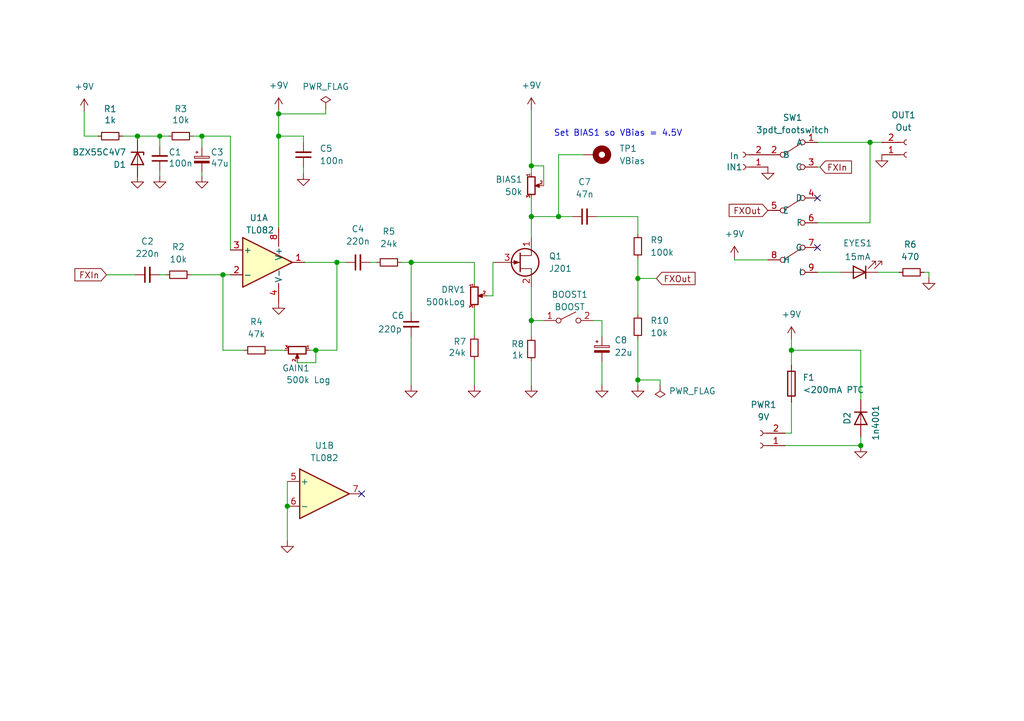
<source format=kicad_sch>
(kicad_sch (version 20211123) (generator eeschema)
  (paper "A5")
  (title_block (title "Ray guitar pedal") (rev "1.0") (company "Dohle"))
  (lib_symbols
    (symbol "Amplifier_Operational:TL082" (pin_names (offset 0.127))
      (property "Reference" "U" (at 0 5.08 0))
      (property "Value" "TL082" (at 0 -5.08 0))
      (symbol "TL082_1_1"
        (polyline (pts (xy -5.08 5.08) (xy 5.08 0) (xy -5.08 -5.08) (xy -5.08 5.08)) (stroke (width 0.254)) (fill (type background)))
        (pin output line (at 7.62 0 180) (length 2.54) (name "~") (number "1"))
        (pin input line (at -7.62 -2.54 0) (length 2.54) (name "-") (number "2"))
        (pin input line (at -7.62 2.54 0) (length 2.54) (name "+") (number "3"))
      )
      (symbol "TL082_2_1"
        (polyline (pts (xy -5.08 5.08) (xy 5.08 0) (xy -5.08 -5.08) (xy -5.08 5.08)) (stroke (width 0.254)) (fill (type background)))
        (pin input line (at -7.62 2.54 0) (length 2.54) (name "+") (number "5"))
        (pin input line (at -7.62 -2.54 0) (length 2.54) (name "-") (number "6"))
        (pin output line (at 7.62 0 180) (length 2.54) (name "~") (number "7"))
      )
      (symbol "TL082_3_1"
        (pin power_in line (at -2.54 -7.62 90) (length 3.81) (name "V-") (number "4"))
        (pin power_in line (at -2.54 7.62 270) (length 3.81) (name "V+") (number "8"))
      )
    )
    (symbol "Connector:Conn_01x02_Female" (pin_names (offset 1.016) hide)
      (property "Reference" "J" (at 0 2.54 0))
      (property "Value" "Conn_01x02_Female" (at 0 -5.08 0))
      (symbol "Conn_01x02_Female_1_1"
        (arc (start 0 -2.032) (mid -0.508 -2.54) (end 0 -3.048) (stroke (width 0.1524)))
        (polyline (pts (xy -1.27 -2.54) (xy -0.508 -2.54)) (stroke (width 0.1524)))
        (polyline (pts (xy -1.27 0) (xy -0.508 0)) (stroke (width 0.1524)))
        (arc (start 0 0.508) (mid -0.508 0) (end 0 -0.508) (stroke (width 0.1524)))
        (pin passive line (at -5.08 0 0) (length 3.81) (name "Pin_1") (number "1"))
        (pin passive line (at -5.08 -2.54 0) (length 3.81) (name "Pin_2") (number "2"))
      )
    )
    (symbol "Device:C_Polarized_Small" (pin_numbers hide) (pin_names (offset 0.254) hide)
      (property "Reference" "C" (at 0.254 1.778 0))
      (property "Value" "C_Polarized_Small" (at 0.254 -2.032 0))
      (symbol "C_Polarized_Small_0_1"
        (rectangle (start -1.524 -0.3048) (end 1.524 -0.6858) (fill (type outline)))
        (rectangle (start -1.524 0.6858) (end 1.524 0.3048))
        (polyline (pts (xy -1.27 1.524) (xy -0.762 1.524)))
        (polyline (pts (xy -1.016 1.27) (xy -1.016 1.778)))
      )
      (symbol "C_Polarized_Small_1_1"
        (pin passive line (at 0 2.54 270) (length 1.8542) (name "~") (number "1"))
        (pin passive line (at 0 -2.54 90) (length 1.8542) (name "~") (number "2"))
      )
    )
    (symbol "Device:C_Small" (pin_numbers hide) (pin_names (offset 0.254) hide)
      (property "Reference" "C" (at 0.254 1.778 0))
      (property "Value" "C_Small" (at 0.254 -2.032 0))
      (symbol "C_Small_0_1"
        (polyline (pts (xy -1.524 -0.508) (xy 1.524 -0.508)) (stroke (width 0.3302)))
        (polyline (pts (xy -1.524 0.508) (xy 1.524 0.508)) (stroke (width 0.3048)))
      )
      (symbol "C_Small_1_1"
        (pin passive line (at 0 2.54 270) (length 2.032) (name "~") (number "1"))
        (pin passive line (at 0 -2.54 90) (length 2.032) (name "~") (number "2"))
      )
    )
    (symbol "Device:D_Zener" (pin_numbers hide) (pin_names (offset 1.016) hide)
      (property "Reference" "D" (at 0 2.54 0))
      (property "Value" "D_Zener" (at 0 -2.54 0))
      (symbol "D_Zener_0_1"
        (polyline (pts (xy 1.27 0) (xy -1.27 0)))
        (polyline (pts (xy -1.27 -1.27) (xy -1.27 1.27) (xy -0.762 1.27)) (stroke (width 0.254)))
        (polyline (pts (xy 1.27 -1.27) (xy 1.27 1.27) (xy -1.27 0) (xy 1.27 -1.27)) (stroke (width 0.254)))
      )
      (symbol "D_Zener_1_1"
        (pin passive line (at -3.81 0 0) (length 2.54) (name "K") (number "1"))
        (pin passive line (at 3.81 0 180) (length 2.54) (name "A") (number "2"))
      )
    )
    (symbol "Device:Fuse" (pin_numbers hide) (pin_names (offset 0))
      (property "Reference" "F" (at 2.032 0 90))
      (property "Value" "Fuse" (at -1.905 0 90))
      (symbol "Fuse_0_1"
        (rectangle (start -0.762 -2.54) (end 0.762 2.54) (stroke (width 0.254)))
        (polyline (pts (xy 0 2.54) (xy 0 -2.54)))
      )
      (symbol "Fuse_1_1"
        (pin passive line (at 0 3.81 270) (length 1.27) (name "~") (number "1"))
        (pin passive line (at 0 -3.81 90) (length 1.27) (name "~") (number "2"))
      )
    )
    (symbol "Device:LED" (pin_numbers hide) (pin_names (offset 1.016) hide)
      (property "Reference" "D" (at 0 2.54 0))
      (property "Value" "LED" (at 0 -2.54 0))
      (symbol "LED_0_1"
        (polyline (pts (xy -1.27 -1.27) (xy -1.27 1.27)) (stroke (width 0.254)))
        (polyline (pts (xy -1.27 0) (xy 1.27 0)))
        (polyline (pts (xy 1.27 -1.27) (xy 1.27 1.27) (xy -1.27 0) (xy 1.27 -1.27)) (stroke (width 0.254)))
        (polyline (pts (xy -3.048 -0.762) (xy -4.572 -2.286) (xy -3.81 -2.286) (xy -4.572 -2.286) (xy -4.572 -1.524)))
        (polyline (pts (xy -1.778 -0.762) (xy -3.302 -2.286) (xy -2.54 -2.286) (xy -3.302 -2.286) (xy -3.302 -1.524)))
      )
      (symbol "LED_1_1"
        (pin passive line (at -3.81 0 0) (length 2.54) (name "K") (number "1"))
        (pin passive line (at 3.81 0 180) (length 2.54) (name "A") (number "2"))
      )
    )
    (symbol "Device:Q_NJFET_DSG" (pin_names (offset 0) hide)
      (property "Reference" "Q" (at 5.08 1.27 0))
      (property "Value" "Q_NJFET_DSG" (at 5.08 -1.27 0))
      (symbol "Q_NJFET_DSG_0_1"
        (polyline (pts (xy 0.254 1.905) (xy 0.254 -1.905) (xy 0.254 -1.905)) (stroke (width 0.254)))
        (polyline (pts (xy 2.54 -2.54) (xy 2.54 -1.27) (xy 0.254 -1.27)))
        (polyline (pts (xy 2.54 2.54) (xy 2.54 1.397) (xy 0.254 1.397)))
        (polyline (pts (xy 0 0) (xy -1.016 0.381) (xy -1.016 -0.381) (xy 0 0)) (fill (type outline)))
        (circle (center 1.27 0) (radius 2.8194) (stroke (width 0.254)))
      )
      (symbol "Q_NJFET_DSG_1_1"
        (pin passive line (at 2.54 5.08 270) (length 2.54) (name "D") (number "1"))
        (pin passive line (at 2.54 -5.08 90) (length 2.54) (name "S") (number "2"))
        (pin input line (at -5.08 0 0) (length 5.334) (name "G") (number "3"))
      )
    )
    (symbol "Device:R_Potentiometer_Small" (pin_names (offset 1.016) hide)
      (property "Reference" "RV" (at -4.445 0 90))
      (property "Value" "R_Potentiometer_Small" (at -2.54 0 90))
      (symbol "R_Potentiometer_Small_0_1"
        (polyline (pts (xy 0.889 0) (xy 0.635 0) (xy 1.651 0.381) (xy 1.651 -0.381) (xy 0.635 0) (xy 0.889 0)) (fill (type outline)))
        (rectangle (start 0.762 1.8034) (end -0.762 -1.8034) (stroke (width 0.254)))
      )
      (symbol "R_Potentiometer_Small_1_1"
        (pin passive line (at 0 2.54 270) (length 0.635) (name "1") (number "1"))
        (pin passive line (at 2.54 0 180) (length 0.9906) (name "2") (number "2"))
        (pin passive line (at 0 -2.54 90) (length 0.635) (name "3") (number "3"))
      )
    )
    (symbol "Device:R_Small" (pin_numbers hide) (pin_names (offset 0.254) hide)
      (property "Reference" "R" (at 0.762 0.508 0))
      (property "Value" "R_Small" (at 0.762 -1.016 0))
      (symbol "R_Small_0_1"
        (rectangle (start -0.762 1.778) (end 0.762 -1.778) (stroke (width 0.2032)))
      )
      (symbol "R_Small_1_1"
        (pin passive line (at 0 2.54 270) (length 0.762) (name "~") (number "1"))
        (pin passive line (at 0 -2.54 90) (length 0.762) (name "~") (number "2"))
      )
    )
    (symbol "Diode:1N4148" (pin_numbers hide) (pin_names (offset 1.016) hide)
      (property "Reference" "D" (at 0 2.54 0))
      (property "Value" "1N4148" (at 0 -2.54 0))
      (symbol "1N4148_0_1"
        (polyline (pts (xy -1.27 1.27) (xy -1.27 -1.27)) (stroke (width 0.254)))
        (polyline (pts (xy 1.27 0) (xy -1.27 0)))
        (polyline (pts (xy 1.27 1.27) (xy 1.27 -1.27) (xy -1.27 0) (xy 1.27 1.27)) (stroke (width 0.254)))
      )
      (symbol "1N4148_1_1"
        (pin passive line (at -3.81 0 0) (length 2.54) (name "K") (number "1"))
        (pin passive line (at 3.81 0 180) (length 2.54) (name "A") (number "2"))
      )
    )
    (symbol "Mechanical:MountingHole_Pad" (pin_numbers hide) (pin_names (offset 1.016) hide)
      (property "Reference" "H" (at 0 6.35 0))
      (property "Value" "MountingHole_Pad" (at 0 4.445 0))
      (symbol "MountingHole_Pad_0_1"
        (circle (center 0 1.27) (radius 1.27) (stroke (width 1.27)))
      )
      (symbol "MountingHole_Pad_1_1"
        (pin input line (at 0 -2.54 90) (length 2.54) (name "1") (number "1"))
      )
    )
    (symbol "Switch:SW_SPST" (pin_names (offset 0) hide)
      (property "Reference" "SW" (at 0 3.175 0))
      (property "Value" "SW_SPST" (at 0 -2.54 0))
      (symbol "SW_SPST_0_0"
        (circle (center -2.032 0) (radius 0.508))
        (polyline (pts (xy -1.524 0.254) (xy 1.524 1.778)))
        (circle (center 2.032 0) (radius 0.508))
      )
      (symbol "SW_SPST_1_1"
        (pin passive line (at -5.08 0 0) (length 2.54) (name "A") (number "1"))
        (pin passive line (at 5.08 0 180) (length 2.54) (name "B") (number "2"))
      )
    )
    (symbol "power:+9V" (power) (pin_names (offset 0))
      (property "Value" "+9V" (at 0 3.556 0))
      (symbol "+9V_0_1"
        (polyline (pts (xy -0.762 1.27) (xy 0 2.54)))
        (polyline (pts (xy 0 0) (xy 0 2.54)))
        (polyline (pts (xy 0 2.54) (xy 0.762 1.27)))
      )
      (symbol "+9V_1_1"
        (pin power_in line (at 0 0 90) (length 0) hide (name "+9V") (number "1"))
      )
    )
    (symbol "power:GND" (power) (pin_names (offset 0))
      (property "Value" "GND" (at 0 -3.81 0))
      (symbol "GND_0_1"
        (polyline (pts (xy 0 0) (xy 0 -1.27) (xy 1.27 -1.27) (xy 0 -2.54) (xy -1.27 -1.27) (xy 0 -1.27)))
      )
      (symbol "GND_1_1"
        (pin power_in line (at 0 0 270) (length 0) hide (name "GND") (number "1"))
      )
    )
    (symbol "power:PWR_FLAG" (power) (pin_numbers hide) (pin_names (offset 0) hide)
      (property "Value" "PWR_FLAG" (at 0 3.81 0))
      (symbol "PWR_FLAG_0_0"
        (pin power_out line (at 0 0 90) (length 0) (name "pwr") (number "1"))
      )
      (symbol "PWR_FLAG_0_1"
        (polyline (pts (xy 0 0) (xy 0 1.27) (xy -1.016 1.905) (xy 0 2.54) (xy 1.016 1.905) (xy 0 1.27)))
      )
    )
    (symbol "symbols:3pdt_footswitch"
      (property "Reference" "SW" (at 0 21.59 0))
      (property "Value" "3pdt_footswitch" (at 1.27 -15.875 0))
      (symbol "3pdt_footswitch_0_0"
        (circle (center -0.127 -8.89) (radius 0.508))
        (circle (center -0.127 1.27) (radius 0.508))
        (circle (center -0.127 12.7) (radius 0.508))
        (circle (center 3.937 -11.43) (radius 0.508))
        (circle (center 3.937 -1.27) (radius 0.508))
        (circle (center 3.937 10.16) (radius 0.508))
      )
      (symbol "3pdt_footswitch_0_1"
        (polyline (pts (xy 0.381 -8.636) (xy 3.556 -6.604)))
        (polyline (pts (xy 0.381 1.524) (xy 3.556 3.556)))
        (polyline (pts (xy 0.381 12.954) (xy 3.556 14.986)))
        (circle (center 3.937 -6.35) (radius 0.508))
        (circle (center 3.937 3.81) (radius 0.508))
        (circle (center 3.937 15.24) (radius 0.508))
      )
      (symbol "3pdt_footswitch_1_1"
        (pin passive line (at 6.985 15.24 180) (length 2.54) (name "A") (number "1"))
        (pin passive line (at -3.175 12.7 0) (length 2.54) (name "B") (number "2"))
        (pin passive line (at 6.985 10.16 180) (length 2.54) (name "C") (number "3"))
        (pin passive line (at 6.985 3.81 180) (length 2.54) (name "D") (number "4"))
        (pin passive line (at -3.175 1.27 0) (length 2.54) (name "E") (number "5"))
        (pin passive line (at 6.985 -1.27 180) (length 2.54) (name "F") (number "6"))
        (pin passive line (at 6.985 -6.35 180) (length 2.54) (name "G") (number "7"))
        (pin passive line (at -3.175 -8.89 0) (length 2.54) (name "H") (number "8"))
        (pin passive line (at 6.985 -11.43 180) (length 2.54) (name "I") (number "9"))
      )
    )
  )
  (junction (at 69.088 53.848))
  (junction (at 114.554 44.45))
  (junction (at 41.402 27.94))
  (junction (at 108.966 34.036))
  (junction (at 178.435 29.21))
  (junction (at 28.194 27.94))
  (junction (at 130.81 77.978))
  (junction (at 57.15 27.94))
  (junction (at 130.81 57.15))
  (junction (at 162.306 71.882))
  (junction (at 57.15 23.368))
  (junction (at 64.77 71.882))
  (junction (at 84.328 53.848))
  (junction (at 108.966 65.786))
  (junction (at 176.53 91.44))
  (junction (at 32.766 27.94))
  (junction (at 45.72 56.388))
  (junction (at 58.928 103.886))
  (junction (at 108.966 44.45))
  (no_connect (at 167.64 50.8))
  (no_connect (at 167.64 40.64))
  (no_connect (at 74.168 101.346))
  (wire (pts (xy 58.928 103.886) (xy 58.928 110.871)))
  (wire (pts (xy 167.64 45.72) (xy 178.435 45.72)))
  (wire (pts (xy 123.444 65.786) (xy 123.444 69.088)))
  (wire (pts (xy 97.282 73.914) (xy 97.282 78.994)))
  (wire (pts (xy 108.966 44.45) (xy 108.966 48.768)))
  (wire (pts (xy 114.554 44.45) (xy 117.348 44.45)))
  (wire (pts (xy 32.766 56.388) (xy 34.036 56.388)))
  (wire (pts (xy 108.966 74.168) (xy 108.966 78.994)))
  (wire (pts (xy 57.15 27.94) (xy 62.23 27.94)))
  (wire (pts (xy 108.966 44.45) (xy 114.554 44.45)))
  (wire (pts (xy 99.822 60.706) (xy 101.092 60.706)))
  (wire (pts (xy 55.118 71.882) (xy 58.42 71.882)))
  (wire (pts (xy 176.53 71.882) (xy 162.306 71.882)))
  (wire (pts (xy 111.506 38.1) (xy 111.506 34.036)))
  (wire (pts (xy 189.484 55.88) (xy 190.5 55.88)))
  (wire (pts (xy 108.966 40.64) (xy 108.966 44.45)))
  (wire (pts (xy 64.77 71.882) (xy 69.088 71.882)))
  (wire (pts (xy 111.506 34.036) (xy 108.966 34.036)))
  (wire (pts (xy 130.81 64.516) (xy 130.81 57.15)))
  (wire (pts (xy 45.72 56.388) (xy 47.244 56.388)))
  (wire (pts (xy 178.435 29.21) (xy 180.848 29.21)))
  (wire (pts (xy 45.72 56.388) (xy 45.72 71.882)))
  (wire (pts (xy 62.484 53.848) (xy 69.088 53.848)))
  (wire (pts (xy 57.15 23.368) (xy 57.15 27.94)))
  (wire (pts (xy 123.444 74.168) (xy 123.444 78.994)))
  (wire (pts (xy 130.81 69.596) (xy 130.81 77.978)))
  (wire (pts (xy 45.72 71.882) (xy 50.038 71.882)))
  (wire (pts (xy 17.272 27.94) (xy 20.066 27.94)))
  (wire (pts (xy 108.966 22.606) (xy 108.966 34.036)))
  (wire (pts (xy 66.802 22.352) (xy 66.802 23.368)))
  (wire (pts (xy 17.272 22.86) (xy 17.272 27.94)))
  (wire (pts (xy 150.622 53.086) (xy 150.622 53.34)))
  (wire (pts (xy 161.036 88.9) (xy 162.306 88.9)))
  (wire (pts (xy 162.306 82.55) (xy 162.306 88.9)))
  (wire (pts (xy 28.194 36.068) (xy 28.194 36.322)))
  (wire (pts (xy 167.64 34.29) (xy 168.148 34.29)))
  (wire (pts (xy 28.194 28.702) (xy 28.194 27.94)))
  (wire (pts (xy 122.428 44.45) (xy 130.81 44.45)))
  (wire (pts (xy 41.402 27.94) (xy 47.244 27.94)))
  (wire (pts (xy 130.81 77.978) (xy 130.81 78.994)))
  (wire (pts (xy 25.146 27.94) (xy 28.194 27.94)))
  (wire (pts (xy 101.092 60.706) (xy 101.092 53.848)))
  (wire (pts (xy 172.466 55.88) (xy 167.64 55.88)))
  (wire (pts (xy 62.23 27.94) (xy 62.23 29.21)))
  (wire (pts (xy 66.802 23.368) (xy 57.15 23.368)))
  (wire (pts (xy 108.966 65.786) (xy 108.966 69.088)))
  (wire (pts (xy 111.506 65.786) (xy 108.966 65.786)))
  (wire (pts (xy 161.036 91.44) (xy 176.53 91.44)))
  (wire (pts (xy 32.766 29.972) (xy 32.766 27.94)))
  (wire (pts (xy 108.966 34.036) (xy 108.966 35.56)))
  (wire (pts (xy 130.81 57.15) (xy 134.62 57.15)))
  (wire (pts (xy 167.64 29.21) (xy 178.435 29.21)))
  (wire (pts (xy 60.96 74.422) (xy 64.77 74.422)))
  (wire (pts (xy 97.282 53.848) (xy 97.282 58.166)))
  (wire (pts (xy 69.088 71.882) (xy 69.088 53.848)))
  (wire (pts (xy 32.766 35.052) (xy 32.766 36.068)))
  (wire (pts (xy 84.328 53.848) (xy 84.328 64.008)))
  (wire (pts (xy 150.622 53.34) (xy 157.48 53.34)))
  (wire (pts (xy 82.296 53.848) (xy 84.328 53.848)))
  (wire (pts (xy 62.23 34.29) (xy 62.23 35.56)))
  (wire (pts (xy 28.194 27.94) (xy 32.766 27.94)))
  (wire (pts (xy 176.53 89.662) (xy 176.53 91.44)))
  (wire (pts (xy 84.328 69.088) (xy 84.328 78.994)))
  (wire (pts (xy 130.81 44.45) (xy 130.81 48.006)))
  (wire (pts (xy 75.946 53.848) (xy 77.216 53.848)))
  (wire (pts (xy 130.81 57.15) (xy 130.81 53.086)))
  (wire (pts (xy 39.116 56.388) (xy 45.72 56.388)))
  (wire (pts (xy 32.766 27.94) (xy 34.544 27.94)))
  (wire (pts (xy 69.088 53.848) (xy 70.866 53.848)))
  (wire (pts (xy 64.77 74.422) (xy 64.77 71.882)))
  (wire (pts (xy 47.244 51.308) (xy 47.244 27.94)))
  (wire (pts (xy 176.53 82.042) (xy 176.53 71.882)))
  (wire (pts (xy 41.402 35.306) (xy 41.402 36.068)))
  (wire (pts (xy 119.634 31.75) (xy 114.554 31.75)))
  (wire (pts (xy 58.928 98.806) (xy 58.928 103.886)))
  (wire (pts (xy 41.402 27.94) (xy 41.402 30.226)))
  (wire (pts (xy 108.966 58.928) (xy 108.966 65.786)))
  (wire (pts (xy 135.382 78.994) (xy 135.382 77.978)))
  (wire (pts (xy 84.328 53.848) (xy 97.282 53.848)))
  (wire (pts (xy 63.5 71.882) (xy 64.77 71.882)))
  (wire (pts (xy 57.15 22.606) (xy 57.15 23.368)))
  (wire (pts (xy 39.624 27.94) (xy 41.402 27.94)))
  (wire (pts (xy 190.5 55.88) (xy 190.5 56.896)))
  (wire (pts (xy 180.086 55.88) (xy 184.404 55.88)))
  (wire (pts (xy 162.306 71.882) (xy 162.306 74.93)))
  (wire (pts (xy 114.554 31.75) (xy 114.554 44.45)))
  (wire (pts (xy 101.092 53.848) (xy 101.346 53.848)))
  (wire (pts (xy 97.282 63.246) (xy 97.282 68.834)))
  (wire (pts (xy 130.81 77.978) (xy 135.382 77.978)))
  (wire (pts (xy 21.844 56.388) (xy 27.686 56.388)))
  (wire (pts (xy 57.15 27.94) (xy 57.15 46.736)))
  (wire (pts (xy 162.306 69.596) (xy 162.306 71.882)))
  (wire (pts (xy 178.435 29.21) (xy 178.435 45.72)))
  (wire (pts (xy 121.666 65.786) (xy 123.444 65.786)))
  (text "Set BIAS1 so VBias = 4.5V" (at 113.538 28.194 0) (effects (font (size 1.27 1.27)) (justify left bottom)))
  (global_label "FXOut" (shape input) (at 134.62 57.15 0) (property "Intersheet References" "${INTERSHEET_REFS}" (effects hide)))
  (global_label "FXIn" (shape input) (at 168.148 34.29 0) (property "Intersheet References" "${INTERSHEET_REFS}" (effects hide)))
  (global_label "FXOut" (shape input) (at 157.48 43.18 180) (property "Intersheet References" "${INTERSHEET_REFS}" (effects hide)))
  (global_label "FXIn" (shape input) (at 21.844 56.388 180) (property "Intersheet References" "${INTERSHEET_REFS}" (effects hide)))
  (symbol (lib_id "Device:R_Small") (at 22.606 27.94 270) (unit 1)
    (property "Reference" "R1" (at 22.606 22.352 90))
    (property "Value" "1k" (at 22.606 24.638 90))
    (property "Footprint" "Resistor_THT:R_Axial_DIN0207_L6.3mm_D2.5mm_P10.16mm_Horizontal" (effects hide))
  )
  (symbol (lib_id "Device:R_Small") (at 130.81 67.056 180) (unit 1)
    (property "Reference" "R10" (at 133.35 65.7859 0) (effects (justify right)))
    (property "Value" "10k" (at 133.35 68.3259 0) (effects (justify right)))
    (property "Footprint" "Resistor_THT:R_Axial_DIN0207_L6.3mm_D2.5mm_P10.16mm_Horizontal" (effects hide))
  )
  (symbol (lib_id "Device:C_Small") (at 30.226 56.388 90) (unit 1)
    (property "Reference" "C2" (at 30.2323 49.53 90))
    (property "Value" "220n" (at 30.2323 52.07 90))
    (property "Footprint" "Capacitor_THT:C_Rect_L7.0mm_W4.5mm_P5.00mm" (effects hide))
  )
  (symbol (lib_id "power:+9V") (at 17.272 22.86 0) (unit 1)
    (property "Reference" "#PWR02" (effects hide))
    (property "Value" "+9V" (at 17.272 17.78 0))
  )
  (symbol (lib_id "power:GND") (at 180.848 31.75 0) (unit 1)
    (property "Reference" "#PWR020" (effects hide))
    (property "Value" "GND" (effects hide))
  )
  (symbol (lib_id "Device:R_Small") (at 186.944 55.88 90) (unit 1)
    (property "Reference" "R6" (at 186.69 50.165 90))
    (property "Value" "470" (at 186.69 52.705 90))
    (property "Footprint" "Resistor_THT:R_Axial_DIN0207_L6.3mm_D2.5mm_P10.16mm_Horizontal" (effects hide))
  )
  (symbol (lib_id "Mechanical:MountingHole_Pad") (at 122.174 31.75 270) (unit 1)
    (property "Reference" "TP1" (at 127 30.4799 90) (effects (justify left)))
    (property "Value" "VBias" (at 127 33.0199 90) (effects (justify left)))
    (property "Footprint" "TestPoint:TestPoint_THTPad_1.5x1.5mm_Drill0.7mm" (effects hide))
  )
  (symbol (lib_id "symbols:3pdt_footswitch") (at 160.655 44.45 0) (unit 1)
    (property "Reference" "SW1" (at 162.56 24.13 0))
    (property "Value" "3pdt_footswitch" (at 162.56 26.67 0))
    (property "Footprint" "footprints:3pdt_footswitch" (effects hide))
  )
  (symbol (lib_id "power:GND") (at 32.766 36.068 0) (unit 1)
    (property "Reference" "#PWR04" (effects hide))
    (property "Value" "GND" (effects hide))
  )
  (symbol (lib_id "Device:R_Small") (at 37.084 27.94 90) (unit 1)
    (property "Reference" "R3" (at 37.084 22.352 90))
    (property "Value" "10k" (at 37.084 24.638 90))
    (property "Footprint" "Resistor_THT:R_Axial_DIN0207_L6.3mm_D2.5mm_P10.16mm_Horizontal" (effects hide))
  )
  (symbol (lib_id "Device:R_Small") (at 97.282 71.374 180) (unit 1)
    (property "Reference" "R7" (at 92.964 70.104 0) (effects (justify right)))
    (property "Value" "24k" (at 91.948 72.39 0) (effects (justify right)))
    (property "Footprint" "Resistor_THT:R_Axial_DIN0207_L6.3mm_D2.5mm_P10.16mm_Horizontal" (effects hide))
  )
  (symbol (lib_id "Device:R_Potentiometer_Small") (at 97.282 60.706 0) (unit 1)
    (property "Reference" "DRV1" (at 95.504 59.4359 0) (effects (justify right)))
    (property "Value" "500kLog" (at 95.504 61.9759 0) (effects (justify right)))
    (property "Footprint" "Connector_JST:JST_PH_B3B-PH-K_1x03_P2.00mm_Vertical" (effects hide))
  )
  (symbol (lib_id "Device:R_Potentiometer_Small") (at 60.96 71.882 270) (unit 1)
    (property "Reference" "GAIN1" (at 60.706 75.565 90))
    (property "Value" "500k Log" (at 58.674 77.978 90) (effects (justify left)))
    (property "Footprint" "Connector_JST:JST_PH_B3B-PH-K_1x03_P2.00mm_Vertical" (effects hide))
  )
  (symbol (lib_id "Amplifier_Operational:TL082") (at 59.69 54.356 0) (unit 3)
    (property "Reference" "U1" (effects hide))
    (property "Value" "TL082" (effects hide))
    (property "Footprint" "Package_DIP:DIP-8_W7.62mm_Socket_LongPads" (effects hide))
    (property "Datasheet" "http://www.ti.com/lit/ds/symlink/tl081.pdf" (effects hide))
  )
  (symbol (lib_id "Switch:SW_SPST") (at 116.586 65.786 0) (unit 1)
    (property "Reference" "BOOST1" (at 116.84 60.452 0))
    (property "Value" "BOOST" (at 116.84 62.992 0))
    (property "Footprint" "Connector_JST:JST_PH_B2B-PH-K_1x02_P2.00mm_Vertical" (effects hide))
  )
  (symbol (lib_id "Device:C_Small") (at 32.766 32.512 180) (unit 1)
    (property "Reference" "C1" (at 34.544 31.242 0) (effects (justify right)))
    (property "Value" "100n" (at 34.544 33.528 0) (effects (justify right)))
    (property "Footprint" "Capacitor_THT:C_Rect_L7.0mm_W4.5mm_P5.00mm" (effects hide))
  )
  (symbol (lib_id "power:GND") (at 57.15 61.976 0) (unit 1)
    (property "Reference" "#PWR07" (effects hide))
    (property "Value" "GND" (effects hide))
  )
  (symbol (lib_id "power:GND") (at 108.966 78.994 0) (unit 1)
    (property "Reference" "#PWR014" (effects hide))
    (property "Value" "GND" (effects hide))
  )
  (symbol (lib_id "power:GND") (at 28.194 36.068 0) (unit 1)
    (property "Reference" "#PWR03" (effects hide))
    (property "Value" "GND" (effects hide))
  )
  (symbol (lib_id "Device:Q_NJFET_DSG") (at 106.426 53.848 0) (unit 1)
    (property "Reference" "Q1" (at 112.522 52.5779 0) (effects (justify left)))
    (property "Value" "J201" (at 112.522 55.1179 0) (effects (justify left)))
    (property "Footprint" "Package_TO_SOT_SMD:SOT-23_Handsoldering" (effects hide))
  )
  (symbol (lib_id "power:GND") (at 84.328 78.994 0) (unit 1)
    (property "Reference" "#PWR011" (effects hide))
    (property "Value" "GND" (effects hide))
  )
  (symbol (lib_id "power:+9V") (at 150.622 53.086 0) (unit 1)
    (property "Reference" "#PWR021" (effects hide))
    (property "Value" "+9V" (at 148.59 48.006 0) (effects (justify left)))
  )
  (symbol (lib_id "power:GND") (at 62.23 35.56 0) (unit 1)
    (property "Reference" "#PWR010" (effects hide))
    (property "Value" "GND" (effects hide))
  )
  (symbol (lib_id "power:+9V") (at 57.15 22.606 0) (unit 1)
    (property "Reference" "#PWR06" (effects hide))
    (property "Value" "+9V" (at 57.15 17.526 0))
  )
  (symbol (lib_id "Device:R_Potentiometer_Small") (at 108.966 38.1 0) (unit 1)
    (property "Reference" "BIAS1" (at 107.188 36.8299 0) (effects (justify right)))
    (property "Value" "50k" (at 107.188 39.3699 0) (effects (justify right)))
    (property "Footprint" "Potentiometer_THT:Potentiometer_Bourns_3299W_Vertical" (effects hide))
  )
  (symbol (lib_id "Amplifier_Operational:TL082") (at 66.548 101.346 0) (unit 2)
    (property "Reference" "U1" (at 66.548 91.44 0))
    (property "Value" "TL082" (at 66.548 93.98 0))
    (property "Footprint" "Package_DIP:DIP-8_W7.62mm_Socket_LongPads" (effects hide))
    (property "Datasheet" "http://www.ti.com/lit/ds/symlink/tl081.pdf" (effects hide))
  )
  (symbol (lib_id "Connector:Conn_01x02_Female") (at 152.4 34.29 180) (unit 1)
    (property "Reference" "IN1" (at 150.622 34.29 0))
    (property "Value" "In" (at 150.622 32.004 0))
    (property "Footprint" "Connector_JST:JST_PH_B2B-PH-K_1x02_P2.00mm_Vertical" (effects hide))
  )
  (symbol (lib_id "Connector:Conn_01x02_Female") (at 155.956 91.44 180) (unit 1)
    (property "Reference" "PWR1" (at 156.591 83.058 0))
    (property "Value" "9V" (at 156.591 85.598 0))
    (property "Footprint" "Connector_JST:JST_PH_B2B-PH-K_1x02_P2.00mm_Vertical" (effects hide))
  )
  (symbol (lib_id "power:GND") (at 97.282 78.994 0) (unit 1)
    (property "Reference" "#PWR012" (effects hide))
    (property "Value" "GND" (effects hide))
  )
  (symbol (lib_id "Device:Fuse") (at 162.306 78.74 180) (unit 1)
    (property "Reference" "F1" (at 164.592 77.4699 0) (effects (justify right)))
    (property "Value" "<200mA PTC" (at 164.592 80.0099 0) (effects (justify right)))
    (property "Footprint" "Capacitor_THT:C_Rect_L7.0mm_W4.5mm_P5.00mm" (effects hide))
  )
  (symbol (lib_id "Device:R_Small") (at 130.81 50.546 180) (unit 1)
    (property "Reference" "R9" (at 133.35 49.2759 0) (effects (justify right)))
    (property "Value" "100k" (at 133.35 51.8159 0) (effects (justify right)))
    (property "Footprint" "Resistor_THT:R_Axial_DIN0207_L6.3mm_D2.5mm_P10.16mm_Horizontal" (effects hide))
  )
  (symbol (lib_id "power:GND") (at 176.53 91.44 0) (unit 1)
    (property "Reference" "#PWR019" (effects hide))
    (property "Value" "GND" (effects hide))
  )
  (symbol (lib_id "power:+9V") (at 108.966 22.606 0) (unit 1)
    (property "Reference" "#PWR013" (effects hide))
    (property "Value" "+9V" (at 108.966 17.526 0))
  )
  (symbol (lib_id "Connector:Conn_01x02_Female") (at 185.928 31.75 0) (mirror x) (unit 1)
    (property "Reference" "OUT1" (at 185.293 23.622 0))
    (property "Value" "Out" (at 185.293 26.162 0))
    (property "Footprint" "Connector_JST:JST_PH_B2B-PH-K_1x02_P2.00mm_Vertical" (effects hide))
  )
  (symbol (lib_id "Device:D_Zener") (at 28.194 32.512 270) (unit 1)
    (property "Reference" "D1" (at 25.908 33.7821 90) (effects (justify right)))
    (property "Value" "BZX55C4V7" (at 25.908 31.2421 90) (effects (justify right)))
    (property "Footprint" "Diode_THT:D_DO-35_SOD27_P7.62mm_Horizontal" (effects hide))
  )
  (symbol (lib_id "Device:C_Small") (at 73.406 53.848 90) (unit 1)
    (property "Reference" "C4" (at 73.4123 46.99 90))
    (property "Value" "220n" (at 73.4123 49.53 90))
    (property "Footprint" "Capacitor_THT:C_Rect_L7.0mm_W4.5mm_P5.00mm" (effects hide))
  )
  (symbol (lib_id "Device:R_Small") (at 36.576 56.388 90) (unit 1)
    (property "Reference" "R2" (at 36.576 50.673 90))
    (property "Value" "10k" (at 36.576 53.213 90))
    (property "Footprint" "Resistor_THT:R_Axial_DIN0207_L6.3mm_D2.5mm_P10.16mm_Horizontal" (effects hide))
  )
  (symbol (lib_id "Device:C_Small") (at 84.328 66.548 0) (unit 1)
    (property "Reference" "C6" (at 80.264 64.77 0) (effects (justify left)))
    (property "Value" "220p" (at 77.47 67.564 0) (effects (justify left)))
    (property "Footprint" "Capacitor_THT:C_Rect_L7.0mm_W2.0mm_P5.00mm" (effects hide))
  )
  (symbol (lib_id "Device:C_Polarized_Small") (at 123.444 71.628 0) (unit 1)
    (property "Reference" "C8" (at 125.984 69.8118 0) (effects (justify left)))
    (property "Value" "22u" (at 125.984 72.3518 0) (effects (justify left)))
    (property "Footprint" "Capacitor_THT:CP_Radial_D5.0mm_P2.50mm" (effects hide))
  )
  (symbol (lib_id "Amplifier_Operational:TL082") (at 54.864 53.848 0) (unit 1)
    (property "Reference" "U1" (at 53.086 44.704 0))
    (property "Value" "TL082" (at 53.34 47.244 0))
    (property "Footprint" "Package_DIP:DIP-8_W7.62mm_Socket_LongPads" (effects hide))
    (property "Datasheet" "http://www.ti.com/lit/ds/symlink/tl081.pdf" (effects hide))
  )
  (symbol (lib_id "Diode:1N4148") (at 176.53 85.852 270) (unit 1)
    (property "Reference" "D2" (at 173.736 85.852 0))
    (property "Value" "1n4001" (at 179.578 83.058 0) (effects (justify left)))
    (property "Footprint" "Diode_THT:D_DO-15_P12.70mm_Horizontal" (effects hide))
    (property "Datasheet" "https://assets.nexperia.com/documents/data-sheet/1N4148_1N4448.pdf" (effects hide))
  )
  (symbol (lib_id "power:GND") (at 190.5 56.896 0) (unit 1)
    (property "Reference" "#PWR022" (effects hide))
    (property "Value" "GND" (effects hide))
  )
  (symbol (lib_id "power:GND") (at 41.402 36.068 0) (unit 1)
    (property "Reference" "#PWR05" (effects hide))
    (property "Value" "GND" (effects hide))
  )
  (symbol (lib_id "power:GND") (at 58.928 110.871 0) (unit 1)
    (property "Reference" "#PWR08" (effects hide))
    (property "Value" "GND" (effects hide))
  )
  (symbol (lib_id "Device:C_Small") (at 62.23 31.75 180) (unit 1)
    (property "Reference" "C5" (at 65.532 30.4735 0) (effects (justify right)))
    (property "Value" "100n" (at 65.532 33.0135 0) (effects (justify right)))
    (property "Footprint" "Capacitor_THT:C_Rect_L7.0mm_W4.5mm_P5.00mm" (effects hide))
  )
  (symbol (lib_id "power:GND") (at 157.48 34.29 0) (unit 1)
    (property "Reference" "#PWR017" (effects hide))
    (property "Value" "GND" (effects hide))
  )
  (symbol (lib_id "power:PWR_FLAG") (at 66.802 22.352 0) (unit 1)
    (property "Reference" "#FLG0102" (effects hide))
    (property "Value" "PWR_FLAG" (at 66.802 17.78 0))
  )
  (symbol (lib_id "power:+9V") (at 162.306 69.596 0) (unit 1)
    (property "Reference" "#PWR018" (effects hide))
    (property "Value" "+9V" (at 162.306 64.516 0))
  )
  (symbol (lib_id "Device:LED") (at 176.276 55.88 180) (unit 1)
    (property "Reference" "EYES1" (at 175.895 49.911 0))
    (property "Value" "15mA" (at 175.895 52.705 0))
    (property "Footprint" "Connector_JST:JST_PH_B2B-PH-K_1x02_P2.00mm_Vertical" (effects hide))
  )
  (symbol (lib_id "Device:R_Small") (at 108.966 71.628 0) (unit 1)
    (property "Reference" "R8" (at 106.172 70.612 0))
    (property "Value" "1k" (at 106.172 72.898 0))
    (property "Footprint" "Resistor_THT:R_Axial_DIN0207_L6.3mm_D2.5mm_P10.16mm_Horizontal" (effects hide))
  )
  (symbol (lib_id "Device:R_Small") (at 52.578 71.882 90) (unit 1)
    (property "Reference" "R4" (at 52.578 66.04 90))
    (property "Value" "47k" (at 52.578 68.58 90))
    (property "Footprint" "Resistor_THT:R_Axial_DIN0207_L6.3mm_D2.5mm_P10.16mm_Horizontal" (effects hide))
  )
  (symbol (lib_id "power:GND") (at 130.81 78.994 0) (unit 1)
    (property "Reference" "#PWR016" (effects hide))
    (property "Value" "GND" (effects hide))
  )
  (symbol (lib_id "Device:C_Small") (at 119.888 44.45 90) (unit 1)
    (property "Reference" "C7" (at 119.8943 37.338 90))
    (property "Value" "47n" (at 119.8943 39.878 90))
    (property "Footprint" "Capacitor_THT:C_Disc_D5.0mm_W2.5mm_P5.00mm" (effects hide))
  )
  (symbol (lib_id "Device:C_Polarized_Small") (at 41.402 32.766 0) (unit 1)
    (property "Reference" "C3" (at 43.18 31.242 0) (effects (justify left)))
    (property "Value" "47u" (at 43.18 33.528 0) (effects (justify left)))
    (property "Footprint" "Capacitor_THT:CP_Radial_D5.0mm_P2.00mm" (effects hide))
  )
  (symbol (lib_id "power:PWR_FLAG") (at 135.382 78.994 180) (unit 1)
    (property "Reference" "#FLG0101" (effects hide))
    (property "Value" "PWR_FLAG" (at 137.16 80.2639 0) (effects (justify right)))
  )
  (symbol (lib_id "Device:R_Small") (at 79.756 53.848 90) (unit 1)
    (property "Reference" "R5" (at 79.756 47.498 90))
    (property "Value" "24k" (at 79.756 50.038 90))
    (property "Footprint" "Resistor_THT:R_Axial_DIN0207_L6.3mm_D2.5mm_P10.16mm_Horizontal" (effects hide))
  )
  (symbol (lib_id "power:GND") (at 123.444 78.994 0) (unit 1)
    (property "Reference" "#PWR015" (effects hide))
    (property "Value" "GND" (effects hide))
  )
)
</source>
